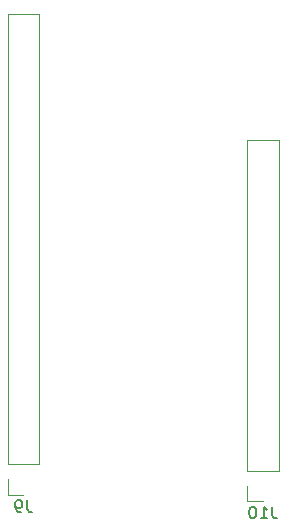
<source format=gbr>
G04 #@! TF.GenerationSoftware,KiCad,Pcbnew,(5.1.4)-1*
G04 #@! TF.CreationDate,2019-12-24T21:54:54-05:00*
G04 #@! TF.ProjectId,CameraTrigger,43616d65-7261-4547-9269-676765722e6b,rev?*
G04 #@! TF.SameCoordinates,Original*
G04 #@! TF.FileFunction,Legend,Bot*
G04 #@! TF.FilePolarity,Positive*
%FSLAX46Y46*%
G04 Gerber Fmt 4.6, Leading zero omitted, Abs format (unit mm)*
G04 Created by KiCad (PCBNEW (5.1.4)-1) date 2019-12-24 21:54:54*
%MOMM*%
%LPD*%
G04 APERTURE LIST*
%ADD10C,0.120000*%
%ADD11C,0.150000*%
G04 APERTURE END LIST*
D10*
X78680000Y-147380000D02*
X80010000Y-147380000D01*
X78680000Y-146050000D02*
X78680000Y-147380000D01*
X78680000Y-144780000D02*
X81340000Y-144780000D01*
X81340000Y-144780000D02*
X81340000Y-116780000D01*
X78680000Y-144780000D02*
X78680000Y-116780000D01*
X78680000Y-116780000D02*
X81340000Y-116780000D01*
X58391569Y-146850000D02*
X59721569Y-146850000D01*
X58391569Y-145520000D02*
X58391569Y-146850000D01*
X58391569Y-144250000D02*
X61051569Y-144250000D01*
X61051569Y-144250000D02*
X61051569Y-106090000D01*
X58391569Y-144250000D02*
X58391569Y-106090000D01*
X58391569Y-106090000D02*
X61051569Y-106090000D01*
D11*
X80819523Y-147832380D02*
X80819523Y-148546666D01*
X80867142Y-148689523D01*
X80962380Y-148784761D01*
X81105238Y-148832380D01*
X81200476Y-148832380D01*
X79819523Y-148832380D02*
X80390952Y-148832380D01*
X80105238Y-148832380D02*
X80105238Y-147832380D01*
X80200476Y-147975238D01*
X80295714Y-148070476D01*
X80390952Y-148118095D01*
X79200476Y-147832380D02*
X79105238Y-147832380D01*
X79010000Y-147880000D01*
X78962380Y-147927619D01*
X78914761Y-148022857D01*
X78867142Y-148213333D01*
X78867142Y-148451428D01*
X78914761Y-148641904D01*
X78962380Y-148737142D01*
X79010000Y-148784761D01*
X79105238Y-148832380D01*
X79200476Y-148832380D01*
X79295714Y-148784761D01*
X79343333Y-148737142D01*
X79390952Y-148641904D01*
X79438571Y-148451428D01*
X79438571Y-148213333D01*
X79390952Y-148022857D01*
X79343333Y-147927619D01*
X79295714Y-147880000D01*
X79200476Y-147832380D01*
X60054902Y-147302380D02*
X60054902Y-148016666D01*
X60102521Y-148159523D01*
X60197759Y-148254761D01*
X60340616Y-148302380D01*
X60435854Y-148302380D01*
X59531092Y-148302380D02*
X59340616Y-148302380D01*
X59245378Y-148254761D01*
X59197759Y-148207142D01*
X59102521Y-148064285D01*
X59054902Y-147873809D01*
X59054902Y-147492857D01*
X59102521Y-147397619D01*
X59150140Y-147350000D01*
X59245378Y-147302380D01*
X59435854Y-147302380D01*
X59531092Y-147350000D01*
X59578711Y-147397619D01*
X59626330Y-147492857D01*
X59626330Y-147730952D01*
X59578711Y-147826190D01*
X59531092Y-147873809D01*
X59435854Y-147921428D01*
X59245378Y-147921428D01*
X59150140Y-147873809D01*
X59102521Y-147826190D01*
X59054902Y-147730952D01*
M02*

</source>
